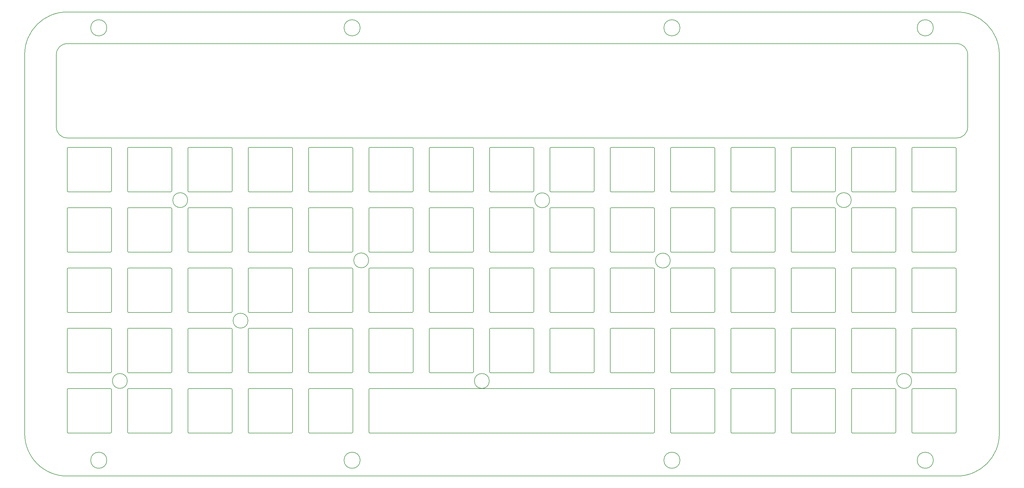
<source format=gbr>
G04 #@! TF.GenerationSoftware,KiCad,Pcbnew,5.1.6*
G04 #@! TF.CreationDate,2020-06-18T11:11:15+02:00*
G04 #@! TF.ProjectId,punk75_plate,70756e6b-3735-45f7-906c-6174652e6b69,rev?*
G04 #@! TF.SameCoordinates,Original*
G04 #@! TF.FileFunction,Profile,NP*
%FSLAX46Y46*%
G04 Gerber Fmt 4.6, Leading zero omitted, Abs format (unit mm)*
G04 Created by KiCad (PCBNEW 5.1.6) date 2020-06-18 11:11:15*
%MOMM*%
%LPD*%
G01*
G04 APERTURE LIST*
G04 #@! TA.AperFunction,Profile*
%ADD10C,0.200000*%
G04 #@! TD*
G04 APERTURE END LIST*
D10*
X376131250Y-227717501D02*
X376131250Y-107861251D01*
X94312500Y-99480001D02*
G75*
G03*
X94312500Y-99480001I-2550000J0D01*
G01*
X362750000Y-104480001D02*
G75*
G02*
X366131250Y-107861251I0J-3381250D01*
G01*
X355300000Y-99480001D02*
G75*
G03*
X355300000Y-99480001I-2550000J0D01*
G01*
X366131250Y-130881837D02*
G75*
G02*
X362750350Y-134262837I-3381000J0D01*
G01*
X362750250Y-134262837D02*
X362750350Y-134262837D01*
X366131250Y-107861251D02*
X366131250Y-130881837D01*
X78381150Y-130881837D02*
X78381249Y-109448751D01*
X81762150Y-134262837D02*
G75*
G02*
X78381150Y-130881837I0J3381000D01*
G01*
X81762250Y-134262837D02*
X81762150Y-134262837D01*
X81762250Y-134262837D02*
X362750250Y-134262837D01*
X228849163Y-151280837D02*
X215449163Y-151280837D01*
X229149163Y-150980837D02*
G75*
G02*
X228849163Y-151280837I-300000J0D01*
G01*
X229149163Y-137580837D02*
X229149163Y-150980837D01*
X228849163Y-137280837D02*
G75*
G02*
X229149163Y-137580837I0J-300000D01*
G01*
X215449163Y-137280837D02*
X228849163Y-137280837D01*
X215149163Y-137580837D02*
G75*
G02*
X215449163Y-137280837I300000J0D01*
G01*
X215149163Y-150980837D02*
X215149163Y-137580837D01*
X215449163Y-151280837D02*
G75*
G02*
X215149163Y-150980837I0J300000D01*
G01*
X362199163Y-151280837D02*
X348799163Y-151280837D01*
X362499163Y-150980837D02*
G75*
G02*
X362199163Y-151280837I-300000J0D01*
G01*
X362499163Y-137580837D02*
X362499163Y-150980837D01*
X362199163Y-137280837D02*
G75*
G02*
X362499163Y-137580837I0J-300000D01*
G01*
X348799163Y-137280837D02*
X362199163Y-137280837D01*
X348499163Y-137580837D02*
G75*
G02*
X348799163Y-137280837I300000J0D01*
G01*
X348499163Y-150980837D02*
X348499163Y-137580837D01*
X348799163Y-151280837D02*
G75*
G02*
X348499163Y-150980837I0J300000D01*
G01*
X228849163Y-170330837D02*
X215449163Y-170330837D01*
X229149163Y-170030837D02*
G75*
G02*
X228849163Y-170330837I-300000J0D01*
G01*
X229149163Y-156630837D02*
X229149163Y-170030837D01*
X228849163Y-156330837D02*
G75*
G02*
X229149163Y-156630837I0J-300000D01*
G01*
X215449163Y-156330837D02*
X228849163Y-156330837D01*
X215149163Y-156630837D02*
G75*
G02*
X215449163Y-156330837I300000J0D01*
G01*
X215149163Y-170030837D02*
X215149163Y-156630837D01*
X215449163Y-170330837D02*
G75*
G02*
X215149163Y-170030837I0J300000D01*
G01*
X343149163Y-151280837D02*
X329749163Y-151280837D01*
X343449163Y-150980837D02*
G75*
G02*
X343149163Y-151280837I-300000J0D01*
G01*
X343449163Y-137580837D02*
X343449163Y-150980837D01*
X343149163Y-137280837D02*
G75*
G02*
X343449163Y-137580837I0J-300000D01*
G01*
X329749163Y-137280837D02*
X343149163Y-137280837D01*
X329449163Y-137580837D02*
G75*
G02*
X329749163Y-137280837I300000J0D01*
G01*
X329449163Y-150980837D02*
X329449163Y-137580837D01*
X329749163Y-151280837D02*
G75*
G02*
X329449163Y-150980837I0J300000D01*
G01*
X152649163Y-189380837D02*
X139249163Y-189380837D01*
X152949163Y-189080837D02*
G75*
G02*
X152649163Y-189380837I-300000J0D01*
G01*
X152949163Y-175680837D02*
X152949163Y-189080837D01*
X152649163Y-175380837D02*
G75*
G02*
X152949163Y-175680837I0J-300000D01*
G01*
X139249163Y-175380837D02*
X152649163Y-175380837D01*
X138949163Y-175680837D02*
G75*
G02*
X139249163Y-175380837I300000J0D01*
G01*
X138949163Y-189080837D02*
X138949163Y-175680837D01*
X139249163Y-189380837D02*
G75*
G02*
X138949163Y-189080837I0J300000D01*
G01*
X247899163Y-170330837D02*
X234499163Y-170330837D01*
X248199163Y-170030837D02*
G75*
G02*
X247899163Y-170330837I-300000J0D01*
G01*
X248199163Y-156630837D02*
X248199163Y-170030837D01*
X247899163Y-156330837D02*
G75*
G02*
X248199163Y-156630837I0J-300000D01*
G01*
X234499163Y-156330837D02*
X247899163Y-156330837D01*
X234199163Y-156630837D02*
G75*
G02*
X234499163Y-156330837I300000J0D01*
G01*
X234199163Y-170030837D02*
X234199163Y-156630837D01*
X234499163Y-170330837D02*
G75*
G02*
X234199163Y-170030837I0J300000D01*
G01*
X152649163Y-151280837D02*
X139249163Y-151280837D01*
X152949163Y-150980837D02*
G75*
G02*
X152649163Y-151280837I-300000J0D01*
G01*
X152949163Y-137580837D02*
X152949163Y-150980837D01*
X152649163Y-137280837D02*
G75*
G02*
X152949163Y-137580837I0J-300000D01*
G01*
X139249163Y-137280837D02*
X152649163Y-137280837D01*
X138949163Y-137580837D02*
G75*
G02*
X139249163Y-137280837I300000J0D01*
G01*
X138949163Y-150980837D02*
X138949163Y-137580837D01*
X139249163Y-151280837D02*
G75*
G02*
X138949163Y-150980837I0J300000D01*
G01*
X114549163Y-189380837D02*
X101149163Y-189380837D01*
X114849163Y-189080837D02*
G75*
G02*
X114549163Y-189380837I-300000J0D01*
G01*
X114849163Y-175680837D02*
X114849163Y-189080837D01*
X114549163Y-175380837D02*
G75*
G02*
X114849163Y-175680837I0J-300000D01*
G01*
X101149163Y-175380837D02*
X114549163Y-175380837D01*
X100849163Y-175680837D02*
G75*
G02*
X101149163Y-175380837I300000J0D01*
G01*
X100849163Y-189080837D02*
X100849163Y-175680837D01*
X101149163Y-189380837D02*
G75*
G02*
X100849163Y-189080837I0J300000D01*
G01*
X266949163Y-170330837D02*
X253549163Y-170330837D01*
X267249163Y-170030837D02*
G75*
G02*
X266949163Y-170330837I-300000J0D01*
G01*
X267249163Y-156630837D02*
X267249163Y-170030837D01*
X266949163Y-156330837D02*
G75*
G02*
X267249163Y-156630837I0J-300000D01*
G01*
X253549163Y-156330837D02*
X266949163Y-156330837D01*
X253249163Y-156630837D02*
G75*
G02*
X253549163Y-156330837I300000J0D01*
G01*
X253249163Y-170030837D02*
X253249163Y-156630837D01*
X253549163Y-170330837D02*
G75*
G02*
X253249163Y-170030837I0J300000D01*
G01*
X133599163Y-151280837D02*
X120199163Y-151280837D01*
X133899163Y-150980837D02*
G75*
G02*
X133599163Y-151280837I-300000J0D01*
G01*
X133899163Y-137580837D02*
X133899163Y-150980837D01*
X133599163Y-137280837D02*
G75*
G02*
X133899163Y-137580837I0J-300000D01*
G01*
X120199163Y-137280837D02*
X133599163Y-137280837D01*
X119899163Y-137580837D02*
G75*
G02*
X120199163Y-137280837I300000J0D01*
G01*
X119899163Y-150980837D02*
X119899163Y-137580837D01*
X120199163Y-151280837D02*
G75*
G02*
X119899163Y-150980837I0J300000D01*
G01*
X209799163Y-170330837D02*
X196399163Y-170330837D01*
X210099163Y-170030837D02*
G75*
G02*
X209799163Y-170330837I-300000J0D01*
G01*
X210099163Y-156630837D02*
X210099163Y-170030837D01*
X209799163Y-156330837D02*
G75*
G02*
X210099163Y-156630837I0J-300000D01*
G01*
X196399163Y-156330837D02*
X209799163Y-156330837D01*
X196099163Y-156630837D02*
G75*
G02*
X196399163Y-156330837I300000J0D01*
G01*
X196099163Y-170030837D02*
X196099163Y-156630837D01*
X196399163Y-170330837D02*
G75*
G02*
X196099163Y-170030837I0J300000D01*
G01*
X209799163Y-151280837D02*
X196399163Y-151280837D01*
X210099163Y-150980837D02*
G75*
G02*
X209799163Y-151280837I-300000J0D01*
G01*
X210099163Y-137580837D02*
X210099163Y-150980837D01*
X209799163Y-137280837D02*
G75*
G02*
X210099163Y-137580837I0J-300000D01*
G01*
X196399163Y-137280837D02*
X209799163Y-137280837D01*
X196099163Y-137580837D02*
G75*
G02*
X196399163Y-137280837I300000J0D01*
G01*
X196099163Y-150980837D02*
X196099163Y-137580837D01*
X196399163Y-151280837D02*
G75*
G02*
X196099163Y-150980837I0J300000D01*
G01*
X343149163Y-170330837D02*
X329749163Y-170330837D01*
X343449163Y-170030837D02*
G75*
G02*
X343149163Y-170330837I-300000J0D01*
G01*
X343449163Y-156630837D02*
X343449163Y-170030837D01*
X343149163Y-156330837D02*
G75*
G02*
X343449163Y-156630837I0J-300000D01*
G01*
X329749163Y-156330837D02*
X343149163Y-156330837D01*
X329449163Y-156630837D02*
G75*
G02*
X329749163Y-156330837I300000J0D01*
G01*
X329449163Y-170030837D02*
X329449163Y-156630837D01*
X329749163Y-170330837D02*
G75*
G02*
X329449163Y-170030837I0J300000D01*
G01*
X324099163Y-151280837D02*
X310699163Y-151280837D01*
X324399163Y-150980837D02*
G75*
G02*
X324099163Y-151280837I-300000J0D01*
G01*
X324399163Y-137580837D02*
X324399163Y-150980837D01*
X324099163Y-137280837D02*
G75*
G02*
X324399163Y-137580837I0J-300000D01*
G01*
X310699163Y-137280837D02*
X324099163Y-137280837D01*
X310399163Y-137580837D02*
G75*
G02*
X310699163Y-137280837I300000J0D01*
G01*
X310399163Y-150980837D02*
X310399163Y-137580837D01*
X310699163Y-151280837D02*
G75*
G02*
X310399163Y-150980837I0J300000D01*
G01*
X95499163Y-151280837D02*
X82099163Y-151280837D01*
X95799163Y-150980837D02*
G75*
G02*
X95499163Y-151280837I-300000J0D01*
G01*
X95799163Y-137580837D02*
X95799163Y-150980837D01*
X95499163Y-137280837D02*
G75*
G02*
X95799163Y-137580837I0J-300000D01*
G01*
X82099163Y-137280837D02*
X95499163Y-137280837D01*
X81799163Y-137580837D02*
G75*
G02*
X82099163Y-137280837I300000J0D01*
G01*
X81799163Y-150980837D02*
X81799163Y-137580837D01*
X82099163Y-151280837D02*
G75*
G02*
X81799163Y-150980837I0J300000D01*
G01*
X190749163Y-189380837D02*
X177349163Y-189380837D01*
X191049163Y-189080837D02*
G75*
G02*
X190749163Y-189380837I-300000J0D01*
G01*
X191049163Y-175680837D02*
X191049163Y-189080837D01*
X190749163Y-175380837D02*
G75*
G02*
X191049163Y-175680837I0J-300000D01*
G01*
X177349163Y-175380837D02*
X190749163Y-175380837D01*
X177049163Y-175680837D02*
G75*
G02*
X177349163Y-175380837I300000J0D01*
G01*
X177049163Y-189080837D02*
X177049163Y-175680837D01*
X177349163Y-189380837D02*
G75*
G02*
X177049163Y-189080837I0J300000D01*
G01*
X209799163Y-189380837D02*
X196399163Y-189380837D01*
X210099163Y-189080837D02*
G75*
G02*
X209799163Y-189380837I-300000J0D01*
G01*
X210099163Y-175680837D02*
X210099163Y-189080837D01*
X209799163Y-175380837D02*
G75*
G02*
X210099163Y-175680837I0J-300000D01*
G01*
X196399163Y-175380837D02*
X209799163Y-175380837D01*
X196099163Y-175680837D02*
G75*
G02*
X196399163Y-175380837I300000J0D01*
G01*
X196099163Y-189080837D02*
X196099163Y-175680837D01*
X196399163Y-189380837D02*
G75*
G02*
X196099163Y-189080837I0J300000D01*
G01*
X228849163Y-189380837D02*
X215449163Y-189380837D01*
X229149163Y-189080837D02*
G75*
G02*
X228849163Y-189380837I-300000J0D01*
G01*
X229149163Y-175680837D02*
X229149163Y-189080837D01*
X228849163Y-175380837D02*
G75*
G02*
X229149163Y-175680837I0J-300000D01*
G01*
X215449163Y-175380837D02*
X228849163Y-175380837D01*
X215149163Y-175680837D02*
G75*
G02*
X215449163Y-175380837I300000J0D01*
G01*
X215149163Y-189080837D02*
X215149163Y-175680837D01*
X215449163Y-189380837D02*
G75*
G02*
X215149163Y-189080837I0J300000D01*
G01*
X247899163Y-189380837D02*
X234499163Y-189380837D01*
X248199163Y-189080837D02*
G75*
G02*
X247899163Y-189380837I-300000J0D01*
G01*
X248199163Y-175680837D02*
X248199163Y-189080837D01*
X247899163Y-175380837D02*
G75*
G02*
X248199163Y-175680837I0J-300000D01*
G01*
X234499163Y-175380837D02*
X247899163Y-175380837D01*
X234199163Y-175680837D02*
G75*
G02*
X234499163Y-175380837I300000J0D01*
G01*
X234199163Y-189080837D02*
X234199163Y-175680837D01*
X234499163Y-189380837D02*
G75*
G02*
X234199163Y-189080837I0J300000D01*
G01*
X266949163Y-189380837D02*
X253549163Y-189380837D01*
X267249163Y-189080837D02*
G75*
G02*
X266949163Y-189380837I-300000J0D01*
G01*
X267249163Y-175680837D02*
X267249163Y-189080837D01*
X266949163Y-175380837D02*
G75*
G02*
X267249163Y-175680837I0J-300000D01*
G01*
X253549163Y-175380837D02*
X266949163Y-175380837D01*
X253249163Y-175680837D02*
G75*
G02*
X253549163Y-175380837I300000J0D01*
G01*
X253249163Y-189080837D02*
X253249163Y-175680837D01*
X253549163Y-189380837D02*
G75*
G02*
X253249163Y-189080837I0J300000D01*
G01*
X285999163Y-189380837D02*
X272599163Y-189380837D01*
X286299163Y-189080837D02*
G75*
G02*
X285999163Y-189380837I-300000J0D01*
G01*
X286299163Y-175680837D02*
X286299163Y-189080837D01*
X285999163Y-175380837D02*
G75*
G02*
X286299163Y-175680837I0J-300000D01*
G01*
X272599163Y-175380837D02*
X285999163Y-175380837D01*
X272299163Y-175680837D02*
G75*
G02*
X272599163Y-175380837I300000J0D01*
G01*
X272299163Y-189080837D02*
X272299163Y-175680837D01*
X272599163Y-189380837D02*
G75*
G02*
X272299163Y-189080837I0J300000D01*
G01*
X305049163Y-189380837D02*
X291649163Y-189380837D01*
X305349163Y-189080837D02*
G75*
G02*
X305049163Y-189380837I-300000J0D01*
G01*
X305349163Y-175680837D02*
X305349163Y-189080837D01*
X305049163Y-175380837D02*
G75*
G02*
X305349163Y-175680837I0J-300000D01*
G01*
X291649163Y-175380837D02*
X305049163Y-175380837D01*
X291349163Y-175680837D02*
G75*
G02*
X291649163Y-175380837I300000J0D01*
G01*
X291349163Y-189080837D02*
X291349163Y-175680837D01*
X291649163Y-189380837D02*
G75*
G02*
X291349163Y-189080837I0J300000D01*
G01*
X324099163Y-189380837D02*
X310699163Y-189380837D01*
X324399163Y-189080837D02*
G75*
G02*
X324099163Y-189380837I-300000J0D01*
G01*
X324399163Y-175680837D02*
X324399163Y-189080837D01*
X324099163Y-175380837D02*
G75*
G02*
X324399163Y-175680837I0J-300000D01*
G01*
X310699163Y-175380837D02*
X324099163Y-175380837D01*
X310399163Y-175680837D02*
G75*
G02*
X310699163Y-175380837I300000J0D01*
G01*
X310399163Y-189080837D02*
X310399163Y-175680837D01*
X310699163Y-189380837D02*
G75*
G02*
X310399163Y-189080837I0J300000D01*
G01*
X343149163Y-189380837D02*
X329749163Y-189380837D01*
X343449163Y-189080837D02*
G75*
G02*
X343149163Y-189380837I-300000J0D01*
G01*
X343449163Y-175680837D02*
X343449163Y-189080837D01*
X343149163Y-175380837D02*
G75*
G02*
X343449163Y-175680837I0J-300000D01*
G01*
X329749163Y-175380837D02*
X343149163Y-175380837D01*
X329449163Y-175680837D02*
G75*
G02*
X329749163Y-175380837I300000J0D01*
G01*
X329449163Y-189080837D02*
X329449163Y-175680837D01*
X329749163Y-189380837D02*
G75*
G02*
X329449163Y-189080837I0J300000D01*
G01*
X362199163Y-189380837D02*
X348799163Y-189380837D01*
X362499163Y-189080837D02*
G75*
G02*
X362199163Y-189380837I-300000J0D01*
G01*
X362499163Y-175680837D02*
X362499163Y-189080837D01*
X362199163Y-175380837D02*
G75*
G02*
X362499163Y-175680837I0J-300000D01*
G01*
X348799163Y-175380837D02*
X362199163Y-175380837D01*
X348499163Y-175680837D02*
G75*
G02*
X348799163Y-175380837I300000J0D01*
G01*
X348499163Y-189080837D02*
X348499163Y-175680837D01*
X348799163Y-189380837D02*
G75*
G02*
X348499163Y-189080837I0J300000D01*
G01*
X95499163Y-208430837D02*
X82099163Y-208430837D01*
X95799163Y-208130837D02*
G75*
G02*
X95499163Y-208430837I-300000J0D01*
G01*
X95799163Y-194730837D02*
X95799163Y-208130837D01*
X95499163Y-194430837D02*
G75*
G02*
X95799163Y-194730837I0J-300000D01*
G01*
X82099163Y-194430837D02*
X95499163Y-194430837D01*
X81799163Y-194730837D02*
G75*
G02*
X82099163Y-194430837I300000J0D01*
G01*
X81799163Y-208130837D02*
X81799163Y-194730837D01*
X82099163Y-208430837D02*
G75*
G02*
X81799163Y-208130837I0J300000D01*
G01*
X114549163Y-208430837D02*
X101149163Y-208430837D01*
X114849163Y-208130837D02*
G75*
G02*
X114549163Y-208430837I-300000J0D01*
G01*
X114849163Y-194730837D02*
X114849163Y-208130837D01*
X114549163Y-194430837D02*
G75*
G02*
X114849163Y-194730837I0J-300000D01*
G01*
X101149163Y-194430837D02*
X114549163Y-194430837D01*
X100849163Y-194730837D02*
G75*
G02*
X101149163Y-194430837I300000J0D01*
G01*
X100849163Y-208130837D02*
X100849163Y-194730837D01*
X101149163Y-208430837D02*
G75*
G02*
X100849163Y-208130837I0J300000D01*
G01*
X133599163Y-208430837D02*
X120199163Y-208430837D01*
X133899163Y-208130837D02*
G75*
G02*
X133599163Y-208430837I-300000J0D01*
G01*
X133899163Y-194730837D02*
X133899163Y-208130837D01*
X133599163Y-194430837D02*
G75*
G02*
X133899163Y-194730837I0J-300000D01*
G01*
X120199163Y-194430837D02*
X133599163Y-194430837D01*
X119899163Y-194730837D02*
G75*
G02*
X120199163Y-194430837I300000J0D01*
G01*
X119899163Y-208130837D02*
X119899163Y-194730837D01*
X120199163Y-208430837D02*
G75*
G02*
X119899163Y-208130837I0J300000D01*
G01*
X152649163Y-208430837D02*
X139249163Y-208430837D01*
X152949163Y-208130837D02*
G75*
G02*
X152649163Y-208430837I-300000J0D01*
G01*
X152949163Y-194730837D02*
X152949163Y-208130837D01*
X152649163Y-194430837D02*
G75*
G02*
X152949163Y-194730837I0J-300000D01*
G01*
X139249163Y-194430837D02*
X152649163Y-194430837D01*
X138949163Y-194730837D02*
G75*
G02*
X139249163Y-194430837I300000J0D01*
G01*
X138949163Y-208130837D02*
X138949163Y-194730837D01*
X139249163Y-208430837D02*
G75*
G02*
X138949163Y-208130837I0J300000D01*
G01*
X171699163Y-208430837D02*
X158299163Y-208430837D01*
X171999163Y-208130837D02*
G75*
G02*
X171699163Y-208430837I-300000J0D01*
G01*
X171999163Y-194730837D02*
X171999163Y-208130837D01*
X171699163Y-194430837D02*
G75*
G02*
X171999163Y-194730837I0J-300000D01*
G01*
X158299163Y-194430837D02*
X171699163Y-194430837D01*
X157999163Y-194730837D02*
G75*
G02*
X158299163Y-194430837I300000J0D01*
G01*
X157999163Y-208130837D02*
X157999163Y-194730837D01*
X158299163Y-208430837D02*
G75*
G02*
X157999163Y-208130837I0J300000D01*
G01*
X190749163Y-208430837D02*
X177349163Y-208430837D01*
X191049163Y-208130837D02*
G75*
G02*
X190749163Y-208430837I-300000J0D01*
G01*
X191049163Y-194730837D02*
X191049163Y-208130837D01*
X190749163Y-194430837D02*
G75*
G02*
X191049163Y-194730837I0J-300000D01*
G01*
X177349163Y-194430837D02*
X190749163Y-194430837D01*
X177049163Y-194730837D02*
G75*
G02*
X177349163Y-194430837I300000J0D01*
G01*
X177049163Y-208130837D02*
X177049163Y-194730837D01*
X177349163Y-208430837D02*
G75*
G02*
X177049163Y-208130837I0J300000D01*
G01*
X209799163Y-208430837D02*
X196399163Y-208430837D01*
X210099163Y-208130837D02*
G75*
G02*
X209799163Y-208430837I-300000J0D01*
G01*
X210099163Y-194730837D02*
X210099163Y-208130837D01*
X209799163Y-194430837D02*
G75*
G02*
X210099163Y-194730837I0J-300000D01*
G01*
X196399163Y-194430837D02*
X209799163Y-194430837D01*
X196099163Y-194730837D02*
G75*
G02*
X196399163Y-194430837I300000J0D01*
G01*
X196099163Y-208130837D02*
X196099163Y-194730837D01*
X196399163Y-208430837D02*
G75*
G02*
X196099163Y-208130837I0J300000D01*
G01*
X228849163Y-208430837D02*
X215449163Y-208430837D01*
X229149163Y-208130837D02*
G75*
G02*
X228849163Y-208430837I-300000J0D01*
G01*
X229149163Y-194730837D02*
X229149163Y-208130837D01*
X228849163Y-194430837D02*
G75*
G02*
X229149163Y-194730837I0J-300000D01*
G01*
X215449163Y-194430837D02*
X228849163Y-194430837D01*
X215149163Y-194730837D02*
G75*
G02*
X215449163Y-194430837I300000J0D01*
G01*
X215149163Y-208130837D02*
X215149163Y-194730837D01*
X215449163Y-208430837D02*
G75*
G02*
X215149163Y-208130837I0J300000D01*
G01*
X247899163Y-208430837D02*
X234499163Y-208430837D01*
X248199163Y-208130837D02*
G75*
G02*
X247899163Y-208430837I-300000J0D01*
G01*
X248199163Y-194730837D02*
X248199163Y-208130837D01*
X247899163Y-194430837D02*
G75*
G02*
X248199163Y-194730837I0J-300000D01*
G01*
X234499163Y-194430837D02*
X247899163Y-194430837D01*
X234199163Y-194730837D02*
G75*
G02*
X234499163Y-194430837I300000J0D01*
G01*
X234199163Y-208130837D02*
X234199163Y-194730837D01*
X234499163Y-208430837D02*
G75*
G02*
X234199163Y-208130837I0J300000D01*
G01*
X266949163Y-208430837D02*
X253549163Y-208430837D01*
X267249163Y-208130837D02*
G75*
G02*
X266949163Y-208430837I-300000J0D01*
G01*
X267249163Y-194730837D02*
X267249163Y-208130837D01*
X266949163Y-194430837D02*
G75*
G02*
X267249163Y-194730837I0J-300000D01*
G01*
X253549163Y-194430837D02*
X266949163Y-194430837D01*
X253249163Y-194730837D02*
G75*
G02*
X253549163Y-194430837I300000J0D01*
G01*
X253249163Y-208130837D02*
X253249163Y-194730837D01*
X253549163Y-208430837D02*
G75*
G02*
X253249163Y-208130837I0J300000D01*
G01*
X177349163Y-156330837D02*
X190749163Y-156330837D01*
X177049163Y-156630837D02*
G75*
G02*
X177349163Y-156330837I300000J0D01*
G01*
X177049163Y-170030837D02*
X177049163Y-156630837D01*
X177349163Y-170330837D02*
G75*
G02*
X177049163Y-170030837I0J300000D01*
G01*
X171699163Y-151280837D02*
X158299163Y-151280837D01*
X171999163Y-150980837D02*
G75*
G02*
X171699163Y-151280837I-300000J0D01*
G01*
X171999163Y-137580837D02*
X171999163Y-150980837D01*
X171699163Y-137280837D02*
G75*
G02*
X171999163Y-137580837I0J-300000D01*
G01*
X158299163Y-137280837D02*
X171699163Y-137280837D01*
X157999163Y-137580837D02*
G75*
G02*
X158299163Y-137280837I300000J0D01*
G01*
X157999163Y-150980837D02*
X157999163Y-137580837D01*
X158299163Y-151280837D02*
G75*
G02*
X157999163Y-150980837I0J300000D01*
G01*
X190749163Y-151280837D02*
X177349163Y-151280837D01*
X191049163Y-150980837D02*
G75*
G02*
X190749163Y-151280837I-300000J0D01*
G01*
X191049163Y-137580837D02*
X191049163Y-150980837D01*
X190749163Y-137280837D02*
G75*
G02*
X191049163Y-137580837I0J-300000D01*
G01*
X177349163Y-137280837D02*
X190749163Y-137280837D01*
X177049163Y-137580837D02*
G75*
G02*
X177349163Y-137280837I300000J0D01*
G01*
X177049163Y-150980837D02*
X177049163Y-137580837D01*
X177349163Y-151280837D02*
G75*
G02*
X177049163Y-150980837I0J300000D01*
G01*
X362199163Y-170330837D02*
X348799163Y-170330837D01*
X362499163Y-170030837D02*
G75*
G02*
X362199163Y-170330837I-300000J0D01*
G01*
X362499163Y-156630837D02*
X362499163Y-170030837D01*
X362199163Y-156330837D02*
G75*
G02*
X362499163Y-156630837I0J-300000D01*
G01*
X348799163Y-156330837D02*
X362199163Y-156330837D01*
X348499163Y-156630837D02*
G75*
G02*
X348799163Y-156330837I300000J0D01*
G01*
X348499163Y-170030837D02*
X348499163Y-156630837D01*
X348799163Y-170330837D02*
G75*
G02*
X348499163Y-170030837I0J300000D01*
G01*
X95499163Y-189380837D02*
X82099163Y-189380837D01*
X95799163Y-189080837D02*
G75*
G02*
X95499163Y-189380837I-300000J0D01*
G01*
X95799163Y-175680837D02*
X95799163Y-189080837D01*
X95499163Y-175380837D02*
G75*
G02*
X95799163Y-175680837I0J-300000D01*
G01*
X82099163Y-175380837D02*
X95499163Y-175380837D01*
X81799163Y-175680837D02*
G75*
G02*
X82099163Y-175380837I300000J0D01*
G01*
X152649163Y-170330837D02*
X139249163Y-170330837D01*
X152949163Y-170030837D02*
G75*
G02*
X152649163Y-170330837I-300000J0D01*
G01*
X152949163Y-156630837D02*
X152949163Y-170030837D01*
X152649163Y-156330837D02*
G75*
G02*
X152949163Y-156630837I0J-300000D01*
G01*
X139249163Y-156330837D02*
X152649163Y-156330837D01*
X138949163Y-156630837D02*
G75*
G02*
X139249163Y-156330837I300000J0D01*
G01*
X138949163Y-170030837D02*
X138949163Y-156630837D01*
X139249163Y-170330837D02*
G75*
G02*
X138949163Y-170030837I0J300000D01*
G01*
X95499163Y-170330837D02*
X82099163Y-170330837D01*
X95799163Y-170030837D02*
G75*
G02*
X95499163Y-170330837I-300000J0D01*
G01*
X95799163Y-156630837D02*
X95799163Y-170030837D01*
X95499163Y-156330837D02*
G75*
G02*
X95799163Y-156630837I0J-300000D01*
G01*
X82099163Y-156330837D02*
X95499163Y-156330837D01*
X81799163Y-156630837D02*
G75*
G02*
X82099163Y-156330837I300000J0D01*
G01*
X81799163Y-170030837D02*
X81799163Y-156630837D01*
X82099163Y-170330837D02*
G75*
G02*
X81799163Y-170030837I0J300000D01*
G01*
X247899163Y-151280837D02*
X234499163Y-151280837D01*
X248199163Y-150980837D02*
G75*
G02*
X247899163Y-151280837I-300000J0D01*
G01*
X248199163Y-137580837D02*
X248199163Y-150980837D01*
X247899163Y-137280837D02*
G75*
G02*
X248199163Y-137580837I0J-300000D01*
G01*
X234499163Y-137280837D02*
X247899163Y-137280837D01*
X234199163Y-137580837D02*
G75*
G02*
X234499163Y-137280837I300000J0D01*
G01*
X234199163Y-150980837D02*
X234199163Y-137580837D01*
X234499163Y-151280837D02*
G75*
G02*
X234199163Y-150980837I0J300000D01*
G01*
X285999163Y-170330837D02*
X272599163Y-170330837D01*
X286299163Y-170030837D02*
G75*
G02*
X285999163Y-170330837I-300000J0D01*
G01*
X355300000Y-236098751D02*
G75*
G03*
X355300000Y-236098751I-2550000J0D01*
G01*
X275300000Y-236098751D02*
G75*
G03*
X275300000Y-236098751I-2550000J0D01*
G01*
X174312499Y-236098751D02*
G75*
G03*
X174312499Y-236098751I-2549999J0D01*
G01*
X94312500Y-236098751D02*
G75*
G03*
X94312500Y-236098751I-2550000J0D01*
G01*
X68381250Y-109448751D02*
X68381250Y-227717501D01*
X81762500Y-241098751D02*
G75*
G02*
X68381250Y-227717501I0J13381250D01*
G01*
X81762500Y-241098751D02*
X362750000Y-241098751D01*
X376131250Y-227717501D02*
G75*
G02*
X362750000Y-241098751I-13381250J0D01*
G01*
X362750000Y-94480001D02*
X82556250Y-94480001D01*
X362750000Y-94480001D02*
G75*
G02*
X376131250Y-107861251I0J-13381250D01*
G01*
X286299163Y-156630837D02*
X286299163Y-170030837D01*
X285999163Y-156330837D02*
G75*
G02*
X286299163Y-156630837I0J-300000D01*
G01*
X272599163Y-156330837D02*
X285999163Y-156330837D01*
X272299163Y-156630837D02*
G75*
G02*
X272599163Y-156330837I300000J0D01*
G01*
X272299163Y-170030837D02*
X272299163Y-156630837D01*
X272599163Y-170330837D02*
G75*
G02*
X272299163Y-170030837I0J300000D01*
G01*
X100781250Y-211048751D02*
G75*
G03*
X100781250Y-211048751I-2350000J0D01*
G01*
X138881250Y-191998751D02*
G75*
G03*
X138881250Y-191998751I-2350000J0D01*
G01*
X176981250Y-172948751D02*
G75*
G03*
X176981250Y-172948751I-2350000J0D01*
G01*
X215081250Y-211048751D02*
G75*
G03*
X215081250Y-211048751I-2350000J0D01*
G01*
X272231250Y-173012251D02*
G75*
G03*
X272231250Y-173012251I-2350000J0D01*
G01*
X348431250Y-211048751D02*
G75*
G03*
X348431250Y-211048751I-2350000J0D01*
G01*
X329381250Y-153911251D02*
G75*
G03*
X329381250Y-153911251I-2350000J0D01*
G01*
X234131250Y-153962251D02*
G75*
G03*
X234131250Y-153962251I-2350000J0D01*
G01*
X119831250Y-153921251D02*
G75*
G03*
X119831250Y-153921251I-2350000J0D01*
G01*
X82556250Y-104480000D02*
X81762500Y-104480000D01*
X78381249Y-107861251D02*
X78381249Y-109448751D01*
X78381249Y-107861251D02*
G75*
G02*
X81762500Y-104480000I3381251J0D01*
G01*
X82556250Y-94480001D02*
X81762500Y-94480001D01*
X68381250Y-107861251D02*
X68381250Y-109448751D01*
X68381250Y-107861251D02*
G75*
G02*
X81762500Y-94480001I13381250J0D01*
G01*
X275300000Y-99480001D02*
G75*
G03*
X275300000Y-99480001I-2550000J0D01*
G01*
X158299163Y-227480837D02*
G75*
G02*
X157999163Y-227180837I0J300000D01*
G01*
X285999163Y-227480837D02*
X272599163Y-227480837D01*
X286299163Y-227180837D02*
G75*
G02*
X285999163Y-227480837I-300000J0D01*
G01*
X286299163Y-213780837D02*
X286299163Y-227180837D01*
X285999163Y-213480837D02*
G75*
G02*
X286299163Y-213780837I0J-300000D01*
G01*
X272599163Y-213480837D02*
X285999163Y-213480837D01*
X272299163Y-213780837D02*
G75*
G02*
X272599163Y-213480837I300000J0D01*
G01*
X272299163Y-227180837D02*
X272299163Y-213780837D01*
X272599163Y-227480837D02*
G75*
G02*
X272299163Y-227180837I0J300000D01*
G01*
X305049163Y-227480837D02*
X291649163Y-227480837D01*
X305349163Y-227180837D02*
G75*
G02*
X305049163Y-227480837I-300000J0D01*
G01*
X305349163Y-213780837D02*
X305349163Y-227180837D01*
X305049163Y-213480837D02*
G75*
G02*
X305349163Y-213780837I0J-300000D01*
G01*
X291649163Y-213480837D02*
X305049163Y-213480837D01*
X291349163Y-213780837D02*
G75*
G02*
X291649163Y-213480837I300000J0D01*
G01*
X291349163Y-227180837D02*
X291349163Y-213780837D01*
X291649163Y-227480837D02*
G75*
G02*
X291349163Y-227180837I0J300000D01*
G01*
X324099163Y-227480837D02*
X310699163Y-227480837D01*
X324399163Y-227180837D02*
G75*
G02*
X324099163Y-227480837I-300000J0D01*
G01*
X324399163Y-213780837D02*
X324399163Y-227180837D01*
X324099163Y-213480837D02*
G75*
G02*
X324399163Y-213780837I0J-300000D01*
G01*
X310699163Y-213480837D02*
X324099163Y-213480837D01*
X310399163Y-213780837D02*
G75*
G02*
X310699163Y-213480837I300000J0D01*
G01*
X310399163Y-227180837D02*
X310399163Y-213780837D01*
X310699163Y-227480837D02*
G75*
G02*
X310399163Y-227180837I0J300000D01*
G01*
X343149163Y-227480837D02*
X329749163Y-227480837D01*
X343449163Y-227180837D02*
G75*
G02*
X343149163Y-227480837I-300000J0D01*
G01*
X343449163Y-213780837D02*
X343449163Y-227180837D01*
X343149163Y-213480837D02*
G75*
G02*
X343449163Y-213780837I0J-300000D01*
G01*
X329749163Y-213480837D02*
X343149163Y-213480837D01*
X329449163Y-213780837D02*
G75*
G02*
X329749163Y-213480837I300000J0D01*
G01*
X329449163Y-227180837D02*
X329449163Y-213780837D01*
X329749163Y-227480837D02*
G75*
G02*
X329449163Y-227180837I0J300000D01*
G01*
X362199163Y-227480837D02*
X348799163Y-227480837D01*
X362499163Y-227180837D02*
G75*
G02*
X362199163Y-227480837I-300000J0D01*
G01*
X362499163Y-213780837D02*
X362499163Y-227180837D01*
X362199163Y-213480837D02*
G75*
G02*
X362499163Y-213780837I0J-300000D01*
G01*
X348799163Y-213480837D02*
X362199163Y-213480837D01*
X348499163Y-213780837D02*
G75*
G02*
X348799163Y-213480837I300000J0D01*
G01*
X348499163Y-227180837D02*
X348499163Y-213780837D01*
X348799163Y-227480837D02*
G75*
G02*
X348499163Y-227180837I0J300000D01*
G01*
X114549163Y-151280837D02*
X101149163Y-151280837D01*
X114849163Y-150980837D02*
G75*
G02*
X114549163Y-151280837I-300000J0D01*
G01*
X114849163Y-137580837D02*
X114849163Y-150980837D01*
X114549163Y-137280837D02*
G75*
G02*
X114849163Y-137580837I0J-300000D01*
G01*
X101149163Y-137280837D02*
X114549163Y-137280837D01*
X100849163Y-137580837D02*
G75*
G02*
X101149163Y-137280837I300000J0D01*
G01*
X100849163Y-150980837D02*
X100849163Y-137580837D01*
X101149163Y-151280837D02*
G75*
G02*
X100849163Y-150980837I0J300000D01*
G01*
X190749163Y-170330837D02*
X177349163Y-170330837D01*
X191049163Y-170030837D02*
G75*
G02*
X190749163Y-170330837I-300000J0D01*
G01*
X191049163Y-156630837D02*
X191049163Y-170030837D01*
X190749163Y-156330837D02*
G75*
G02*
X191049163Y-156630837I0J-300000D01*
G01*
X267249163Y-227180837D02*
G75*
G02*
X266949163Y-227480837I-300000J0D01*
G01*
X177349163Y-227480837D02*
X266949163Y-227480837D01*
X133599163Y-189380837D02*
X120199163Y-189380837D01*
X133899163Y-189080837D02*
G75*
G02*
X133599163Y-189380837I-300000J0D01*
G01*
X133899163Y-175680837D02*
X133899163Y-189080837D01*
X133599163Y-175380837D02*
G75*
G02*
X133899163Y-175680837I0J-300000D01*
G01*
X120199163Y-175380837D02*
X133599163Y-175380837D01*
X119899163Y-175680837D02*
G75*
G02*
X120199163Y-175380837I300000J0D01*
G01*
X119899163Y-189080837D02*
X119899163Y-175680837D01*
X120199163Y-189380837D02*
G75*
G02*
X119899163Y-189080837I0J300000D01*
G01*
X266949163Y-151280837D02*
X253549163Y-151280837D01*
X267249163Y-150980837D02*
G75*
G02*
X266949163Y-151280837I-300000J0D01*
G01*
X267249163Y-137580837D02*
X267249163Y-150980837D01*
X266949163Y-137280837D02*
G75*
G02*
X267249163Y-137580837I0J-300000D01*
G01*
X253549163Y-137280837D02*
X266949163Y-137280837D01*
X253249163Y-137580837D02*
G75*
G02*
X253549163Y-137280837I300000J0D01*
G01*
X253249163Y-150980837D02*
X253249163Y-137580837D01*
X253549163Y-151280837D02*
G75*
G02*
X253249163Y-150980837I0J300000D01*
G01*
X171699163Y-170330837D02*
X158299163Y-170330837D01*
X171999163Y-170030837D02*
G75*
G02*
X171699163Y-170330837I-300000J0D01*
G01*
X171999163Y-156630837D02*
X171999163Y-170030837D01*
X171699163Y-156330837D02*
G75*
G02*
X171999163Y-156630837I0J-300000D01*
G01*
X158299163Y-156330837D02*
X171699163Y-156330837D01*
X157999163Y-156630837D02*
G75*
G02*
X158299163Y-156330837I300000J0D01*
G01*
X157999163Y-170030837D02*
X157999163Y-156630837D01*
X158299163Y-170330837D02*
G75*
G02*
X157999163Y-170030837I0J300000D01*
G01*
X171699163Y-189380837D02*
X158299163Y-189380837D01*
X171999163Y-189080837D02*
G75*
G02*
X171699163Y-189380837I-300000J0D01*
G01*
X171999163Y-175680837D02*
X171999163Y-189080837D01*
X171699163Y-175380837D02*
G75*
G02*
X171999163Y-175680837I0J-300000D01*
G01*
X81799163Y-189080837D02*
X81799163Y-175680837D01*
X82099163Y-189380837D02*
G75*
G02*
X81799163Y-189080837I0J300000D01*
G01*
X305049163Y-170330837D02*
X291649163Y-170330837D01*
X305349163Y-170030837D02*
G75*
G02*
X305049163Y-170330837I-300000J0D01*
G01*
X305349163Y-156630837D02*
X305349163Y-170030837D01*
X305049163Y-156330837D02*
G75*
G02*
X305349163Y-156630837I0J-300000D01*
G01*
X291649163Y-156330837D02*
X305049163Y-156330837D01*
X291349163Y-156630837D02*
G75*
G02*
X291649163Y-156330837I300000J0D01*
G01*
X291349163Y-170030837D02*
X291349163Y-156630837D01*
X291649163Y-170330837D02*
G75*
G02*
X291349163Y-170030837I0J300000D01*
G01*
X324099163Y-170330837D02*
X310699163Y-170330837D01*
X324399163Y-170030837D02*
G75*
G02*
X324099163Y-170330837I-300000J0D01*
G01*
X324399163Y-156630837D02*
X324399163Y-170030837D01*
X324099163Y-156330837D02*
G75*
G02*
X324399163Y-156630837I0J-300000D01*
G01*
X310699163Y-156330837D02*
X324099163Y-156330837D01*
X310399163Y-156630837D02*
G75*
G02*
X310699163Y-156330837I300000J0D01*
G01*
X310399163Y-170030837D02*
X310399163Y-156630837D01*
X310699163Y-170330837D02*
G75*
G02*
X310399163Y-170030837I0J300000D01*
G01*
X305049163Y-151280837D02*
X291649163Y-151280837D01*
X305349163Y-150980837D02*
G75*
G02*
X305049163Y-151280837I-300000J0D01*
G01*
X305349163Y-137580837D02*
X305349163Y-150980837D01*
X305049163Y-137280837D02*
G75*
G02*
X305349163Y-137580837I0J-300000D01*
G01*
X291649163Y-137280837D02*
X305049163Y-137280837D01*
X291349163Y-137580837D02*
G75*
G02*
X291649163Y-137280837I300000J0D01*
G01*
X291349163Y-150980837D02*
X291349163Y-137580837D01*
X291649163Y-151280837D02*
G75*
G02*
X291349163Y-150980837I0J300000D01*
G01*
X177349163Y-227480837D02*
G75*
G02*
X177049163Y-227180837I0J300000D01*
G01*
X177049163Y-213780837D02*
X177049163Y-227180837D01*
X177049163Y-213780837D02*
G75*
G02*
X177349163Y-213480837I300000J0D01*
G01*
X266949163Y-213480837D02*
X177349163Y-213480837D01*
X266949163Y-213480837D02*
G75*
G02*
X267249163Y-213780837I0J-300000D01*
G01*
X267249163Y-227180837D02*
X267249163Y-213780837D01*
X158299163Y-175380837D02*
X171699163Y-175380837D01*
X157999163Y-175680837D02*
G75*
G02*
X158299163Y-175380837I300000J0D01*
G01*
X157999163Y-189080837D02*
X157999163Y-175680837D01*
X158299163Y-189380837D02*
G75*
G02*
X157999163Y-189080837I0J300000D01*
G01*
X285999163Y-151280837D02*
X272599163Y-151280837D01*
X286299163Y-150980837D02*
G75*
G02*
X285999163Y-151280837I-300000J0D01*
G01*
X286299163Y-137580837D02*
X286299163Y-150980837D01*
X285999163Y-137280837D02*
G75*
G02*
X286299163Y-137580837I0J-300000D01*
G01*
X272599163Y-137280837D02*
X285999163Y-137280837D01*
X272299163Y-137580837D02*
G75*
G02*
X272599163Y-137280837I300000J0D01*
G01*
X272299163Y-150980837D02*
X272299163Y-137580837D01*
X272599163Y-151280837D02*
G75*
G02*
X272299163Y-150980837I0J300000D01*
G01*
X133599163Y-170330837D02*
X120199163Y-170330837D01*
X133899163Y-170030837D02*
G75*
G02*
X133599163Y-170330837I-300000J0D01*
G01*
X133899163Y-156630837D02*
X133899163Y-170030837D01*
X133599163Y-156330837D02*
G75*
G02*
X133899163Y-156630837I0J-300000D01*
G01*
X120199163Y-156330837D02*
X133599163Y-156330837D01*
X119899163Y-156630837D02*
G75*
G02*
X120199163Y-156330837I300000J0D01*
G01*
X119899163Y-170030837D02*
X119899163Y-156630837D01*
X120199163Y-170330837D02*
G75*
G02*
X119899163Y-170030837I0J300000D01*
G01*
X114549163Y-170330837D02*
X101149163Y-170330837D01*
X114849163Y-170030837D02*
G75*
G02*
X114549163Y-170330837I-300000J0D01*
G01*
X114849163Y-156630837D02*
X114849163Y-170030837D01*
X114549163Y-156330837D02*
G75*
G02*
X114849163Y-156630837I0J-300000D01*
G01*
X101149163Y-156330837D02*
X114549163Y-156330837D01*
X100849163Y-156630837D02*
G75*
G02*
X101149163Y-156330837I300000J0D01*
G01*
X100849163Y-170030837D02*
X100849163Y-156630837D01*
X101149163Y-170330837D02*
G75*
G02*
X100849163Y-170030837I0J300000D01*
G01*
X285999163Y-208430837D02*
X272599163Y-208430837D01*
X286299163Y-208130837D02*
G75*
G02*
X285999163Y-208430837I-300000J0D01*
G01*
X286299163Y-194730837D02*
X286299163Y-208130837D01*
X285999163Y-194430837D02*
G75*
G02*
X286299163Y-194730837I0J-300000D01*
G01*
X272599163Y-194430837D02*
X285999163Y-194430837D01*
X272299163Y-194730837D02*
G75*
G02*
X272599163Y-194430837I300000J0D01*
G01*
X272299163Y-208130837D02*
X272299163Y-194730837D01*
X272599163Y-208430837D02*
G75*
G02*
X272299163Y-208130837I0J300000D01*
G01*
X305049163Y-208430837D02*
X291649163Y-208430837D01*
X305349163Y-208130837D02*
G75*
G02*
X305049163Y-208430837I-300000J0D01*
G01*
X305349163Y-194730837D02*
X305349163Y-208130837D01*
X305049163Y-194430837D02*
G75*
G02*
X305349163Y-194730837I0J-300000D01*
G01*
X291649163Y-194430837D02*
X305049163Y-194430837D01*
X291349163Y-194730837D02*
G75*
G02*
X291649163Y-194430837I300000J0D01*
G01*
X291349163Y-208130837D02*
X291349163Y-194730837D01*
X291649163Y-208430837D02*
G75*
G02*
X291349163Y-208130837I0J300000D01*
G01*
X324099163Y-208430837D02*
X310699163Y-208430837D01*
X324399163Y-208130837D02*
G75*
G02*
X324099163Y-208430837I-300000J0D01*
G01*
X324399163Y-194730837D02*
X324399163Y-208130837D01*
X324099163Y-194430837D02*
G75*
G02*
X324399163Y-194730837I0J-300000D01*
G01*
X310699163Y-194430837D02*
X324099163Y-194430837D01*
X310399163Y-194730837D02*
G75*
G02*
X310699163Y-194430837I300000J0D01*
G01*
X310399163Y-208130837D02*
X310399163Y-194730837D01*
X310699163Y-208430837D02*
G75*
G02*
X310399163Y-208130837I0J300000D01*
G01*
X343149163Y-208430837D02*
X329749163Y-208430837D01*
X343449163Y-208130837D02*
G75*
G02*
X343149163Y-208430837I-300000J0D01*
G01*
X343449163Y-194730837D02*
X343449163Y-208130837D01*
X343149163Y-194430837D02*
G75*
G02*
X343449163Y-194730837I0J-300000D01*
G01*
X329749163Y-194430837D02*
X343149163Y-194430837D01*
X329449163Y-194730837D02*
G75*
G02*
X329749163Y-194430837I300000J0D01*
G01*
X329449163Y-208130837D02*
X329449163Y-194730837D01*
X329749163Y-208430837D02*
G75*
G02*
X329449163Y-208130837I0J300000D01*
G01*
X362199163Y-208430837D02*
X348799163Y-208430837D01*
X362499163Y-208130837D02*
G75*
G02*
X362199163Y-208430837I-300000J0D01*
G01*
X362499163Y-194730837D02*
X362499163Y-208130837D01*
X362199163Y-194430837D02*
G75*
G02*
X362499163Y-194730837I0J-300000D01*
G01*
X348799163Y-194430837D02*
X362199163Y-194430837D01*
X348499163Y-194730837D02*
G75*
G02*
X348799163Y-194430837I300000J0D01*
G01*
X348499163Y-208130837D02*
X348499163Y-194730837D01*
X348799163Y-208430837D02*
G75*
G02*
X348499163Y-208130837I0J300000D01*
G01*
X95499163Y-227480837D02*
X82099163Y-227480837D01*
X95799163Y-227180837D02*
G75*
G02*
X95499163Y-227480837I-300000J0D01*
G01*
X95799163Y-213780837D02*
X95799163Y-227180837D01*
X95499163Y-213480837D02*
G75*
G02*
X95799163Y-213780837I0J-300000D01*
G01*
X82099163Y-213480837D02*
X95499163Y-213480837D01*
X81799163Y-213780837D02*
G75*
G02*
X82099163Y-213480837I300000J0D01*
G01*
X81799163Y-227180837D02*
X81799163Y-213780837D01*
X82099163Y-227480837D02*
G75*
G02*
X81799163Y-227180837I0J300000D01*
G01*
X114549163Y-227480837D02*
X101149163Y-227480837D01*
X114849163Y-227180837D02*
G75*
G02*
X114549163Y-227480837I-300000J0D01*
G01*
X114849163Y-213780837D02*
X114849163Y-227180837D01*
X114549163Y-213480837D02*
G75*
G02*
X114849163Y-213780837I0J-300000D01*
G01*
X101149163Y-213480837D02*
X114549163Y-213480837D01*
X100849163Y-213780837D02*
G75*
G02*
X101149163Y-213480837I300000J0D01*
G01*
X100849163Y-227180837D02*
X100849163Y-213780837D01*
X101149163Y-227480837D02*
G75*
G02*
X100849163Y-227180837I0J300000D01*
G01*
X133599163Y-227480837D02*
X120199163Y-227480837D01*
X133899163Y-227180837D02*
G75*
G02*
X133599163Y-227480837I-300000J0D01*
G01*
X133899163Y-213780837D02*
X133899163Y-227180837D01*
X133599163Y-213480837D02*
G75*
G02*
X133899163Y-213780837I0J-300000D01*
G01*
X120199163Y-213480837D02*
X133599163Y-213480837D01*
X119899163Y-213780837D02*
G75*
G02*
X120199163Y-213480837I300000J0D01*
G01*
X119899163Y-227180837D02*
X119899163Y-213780837D01*
X120199163Y-227480837D02*
G75*
G02*
X119899163Y-227180837I0J300000D01*
G01*
X152649163Y-227480837D02*
X139249163Y-227480837D01*
X152949163Y-227180837D02*
G75*
G02*
X152649163Y-227480837I-300000J0D01*
G01*
X152949163Y-213780837D02*
X152949163Y-227180837D01*
X152649163Y-213480837D02*
G75*
G02*
X152949163Y-213780837I0J-300000D01*
G01*
X139249163Y-213480837D02*
X152649163Y-213480837D01*
X138949163Y-213780837D02*
G75*
G02*
X139249163Y-213480837I300000J0D01*
G01*
X138949163Y-227180837D02*
X138949163Y-213780837D01*
X139249163Y-227480837D02*
G75*
G02*
X138949163Y-227180837I0J300000D01*
G01*
X171699163Y-227480837D02*
X158299163Y-227480837D01*
X171999163Y-227180837D02*
G75*
G02*
X171699163Y-227480837I-300000J0D01*
G01*
X171999163Y-213780837D02*
X171999163Y-227180837D01*
X171699163Y-213480837D02*
G75*
G02*
X171999163Y-213780837I0J-300000D01*
G01*
X158299163Y-213480837D02*
X171699163Y-213480837D01*
X157999163Y-213780837D02*
G75*
G02*
X158299163Y-213480837I300000J0D01*
G01*
X157999163Y-227180837D02*
X157999163Y-213780837D01*
X174312499Y-99480001D02*
G75*
G03*
X174312499Y-99480001I-2549999J0D01*
G01*
X362750000Y-104480000D02*
X82556250Y-104480000D01*
M02*

</source>
